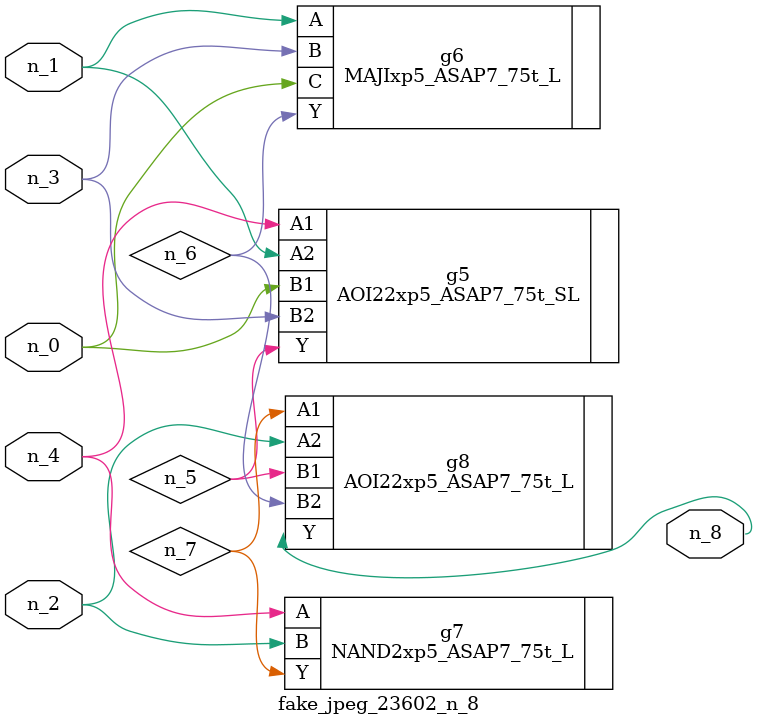
<source format=v>
module fake_jpeg_23602_n_8 (n_3, n_2, n_1, n_0, n_4, n_8);

input n_3;
input n_2;
input n_1;
input n_0;
input n_4;

output n_8;

wire n_6;
wire n_5;
wire n_7;

AOI22xp5_ASAP7_75t_SL g5 ( 
.A1(n_4),
.A2(n_1),
.B1(n_0),
.B2(n_3),
.Y(n_5)
);

MAJIxp5_ASAP7_75t_L g6 ( 
.A(n_1),
.B(n_3),
.C(n_0),
.Y(n_6)
);

NAND2xp5_ASAP7_75t_L g7 ( 
.A(n_4),
.B(n_2),
.Y(n_7)
);

AOI22xp5_ASAP7_75t_L g8 ( 
.A1(n_7),
.A2(n_2),
.B1(n_5),
.B2(n_6),
.Y(n_8)
);


endmodule
</source>
